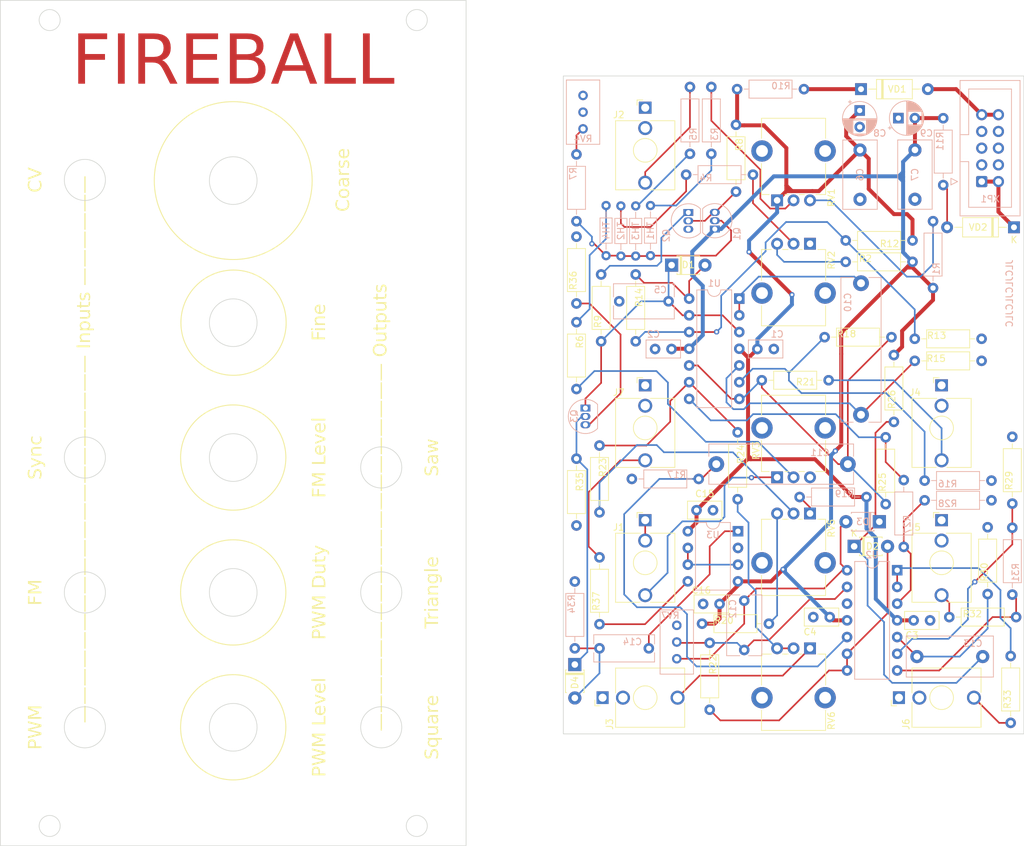
<source format=kicad_pcb>
(kicad_pcb (version 20221018) (generator pcbnew)

  (general
    (thickness 1.6)
  )

  (paper "A4")
  (layers
    (0 "F.Cu" signal)
    (31 "B.Cu" signal)
    (32 "B.Adhes" user "B.Adhesive")
    (33 "F.Adhes" user "F.Adhesive")
    (34 "B.Paste" user)
    (35 "F.Paste" user)
    (36 "B.SilkS" user "B.Silkscreen")
    (37 "F.SilkS" user "F.Silkscreen")
    (38 "B.Mask" user)
    (39 "F.Mask" user)
    (40 "Dwgs.User" user "User.Drawings")
    (41 "Cmts.User" user "User.Comments")
    (42 "Eco1.User" user "User.Eco1")
    (43 "Eco2.User" user "User.Eco2")
    (44 "Edge.Cuts" user)
    (45 "Margin" user)
    (46 "B.CrtYd" user "B.Courtyard")
    (47 "F.CrtYd" user "F.Courtyard")
    (48 "B.Fab" user)
    (49 "F.Fab" user)
    (50 "User.1" user)
    (51 "User.2" user)
    (52 "User.3" user)
    (53 "User.4" user)
    (54 "User.5" user)
    (55 "User.6" user)
    (56 "User.7" user)
    (57 "User.8" user)
    (58 "User.9" user)
  )

  (setup
    (stackup
      (layer "F.SilkS" (type "Top Silk Screen"))
      (layer "F.Paste" (type "Top Solder Paste"))
      (layer "F.Mask" (type "Top Solder Mask") (thickness 0.01))
      (layer "F.Cu" (type "copper") (thickness 0.035))
      (layer "dielectric 1" (type "core") (thickness 1.51) (material "FR4") (epsilon_r 4.5) (loss_tangent 0.02))
      (layer "B.Cu" (type "copper") (thickness 0.035))
      (layer "B.Mask" (type "Bottom Solder Mask") (thickness 0.01))
      (layer "B.Paste" (type "Bottom Solder Paste"))
      (layer "B.SilkS" (type "Bottom Silk Screen"))
      (copper_finish "None")
      (dielectric_constraints no)
    )
    (pad_to_mask_clearance 0)
    (grid_origin 84.5 17.5)
    (pcbplotparams
      (layerselection 0x00010fc_ffffffff)
      (plot_on_all_layers_selection 0x0000000_00000000)
      (disableapertmacros false)
      (usegerberextensions false)
      (usegerberattributes true)
      (usegerberadvancedattributes true)
      (creategerberjobfile true)
      (dashed_line_dash_ratio 12.000000)
      (dashed_line_gap_ratio 3.000000)
      (svgprecision 6)
      (plotframeref false)
      (viasonmask true)
      (mode 1)
      (useauxorigin true)
      (hpglpennumber 1)
      (hpglpenspeed 20)
      (hpglpendiameter 15.000000)
      (dxfpolygonmode true)
      (dxfimperialunits true)
      (dxfusepcbnewfont true)
      (psnegative false)
      (psa4output false)
      (plotreference true)
      (plotvalue true)
      (plotinvisibletext false)
      (sketchpadsonfab false)
      (subtractmaskfromsilk false)
      (outputformat 1)
      (mirror false)
      (drillshape 0)
      (scaleselection 1)
      (outputdirectory "./gerbers")
    )
  )

  (net 0 "")
  (net 1 "+12V")
  (net 2 "GNDREF")
  (net 3 "-12V")
  (net 4 "Net-(C5-Pad1)")
  (net 5 "Net-(C10-Pad1)")
  (net 6 "Net-(C10-Pad2)")
  (net 7 "Net-(C11-Pad1)")
  (net 8 "Net-(C11-Pad2)")
  (net 9 "Net-(C12-Pad1)")
  (net 10 "Net-(C12-Pad2)")
  (net 11 "Net-(C13-Pad1)")
  (net 12 "Net-(C13-Pad2)")
  (net 13 "Net-(D1-Pad2)")
  (net 14 "Net-(D2-Pad2)")
  (net 15 "Net-(C14-Pad1)")
  (net 16 "Net-(Q1-Pad3)")
  (net 17 "Net-(Q2-Pad1)")
  (net 18 "Net-(R1-Pad1)")
  (net 19 "Net-(R2-Pad1)")
  (net 20 "Net-(R3-Pad1)")
  (net 21 "Net-(R3-Pad2)")
  (net 22 "Net-(R4-Pad1)")
  (net 23 "Net-(R4-Pad2)")
  (net 24 "Net-(R5-Pad1)")
  (net 25 "Net-(J2-PadT)")
  (net 26 "Net-(R6-Pad1)")
  (net 27 "Net-(R6-Pad2)")
  (net 28 "Net-(R7-Pad2)")
  (net 29 "Net-(R10-Pad1)")
  (net 30 "Net-(R11-Pad2)")
  (net 31 "Net-(R12-Pad2)")
  (net 32 "Net-(R16-Pad1)")
  (net 33 "Net-(R19-Pad2)")
  (net 34 "Net-(R20-Pad1)")
  (net 35 "Net-(J4-PadT)")
  (net 36 "Net-(R23-Pad1)")
  (net 37 "Net-(R23-Pad2)")
  (net 38 "Net-(R24-Pad2)")
  (net 39 "Net-(R25-Pad2)")
  (net 40 "Net-(R27-Pad2)")
  (net 41 "Net-(R29-Pad1)")
  (net 42 "Net-(R31-Pad1)")
  (net 43 "Net-(J5-PadT)")
  (net 44 "Net-(J6-PadT)")
  (net 45 "Net-(R33-Pad2)")
  (net 46 "/FM IN LVL")
  (net 47 "Net-(J3-PadT)")
  (net 48 "unconnected-(RV7-Pad1)")
  (net 49 "Net-(VD1-Pad2)")
  (net 50 "Net-(VD2-Pad1)")
  (net 51 "Net-(C14-Pad2)")
  (net 52 "Net-(D4-Pad1)")
  (net 53 "unconnected-(J4-PadTN)")
  (net 54 "unconnected-(J5-PadTN)")
  (net 55 "unconnected-(J6-PadTN)")
  (net 56 "Net-(J7-PadT)")
  (net 57 "Net-(Q1-Pad2)")
  (net 58 "Net-(Q3-Pad3)")
  (net 59 "Net-(R37-Pad1)")
  (net 60 "Net-(U3-Pad3)")

  (footprint "Capacitor_THT:C_Disc_D5.0mm_W2.5mm_P2.50mm" (layer "F.Cu") (at 144.85 124.15))

  (footprint "SynthMages:Jack_3.5mm_QingPu_WQP-PJ398SM_Vertical_CircularHoles_Socket_Centered" (layer "F.Cu") (at 136.05 117.9))

  (footprint "Resistor_THT:R_Axial_DIN0207_L6.3mm_D2.5mm_P10.16mm_Horizontal" (layer "F.Cu") (at 145.85 130.07 -90))

  (footprint "SynthMages:Potentiometer_Alpha_RD901F-40-00D_Single_Vertical_CircularHoles_Shaft_Centered" (layer "F.Cu") (at 158.6 76.9 -90))

  (footprint "Resistor_THT:R_Axial_DIN0207_L6.3mm_D2.5mm_P10.16mm_Horizontal" (layer "F.Cu") (at 163.93 90.15 180))

  (footprint "SynthMages:Jack_3.5mm_QingPu_WQP-PJ398SM_Vertical_CircularHoles_Socket_Centered" (layer "F.Cu") (at 181.1 117.9))

  (footprint "Resistor_THT:R_Axial_DIN0207_L6.3mm_D2.5mm_P10.16mm_Horizontal" (layer "F.Cu") (at 125.6 81.32 -90))

  (footprint "SynthMages:Jack_3.5mm_QingPu_WQP-PJ398SM_Vertical_CircularHoles_Socket_Centered" (layer "F.Cu") (at 136.05 97.4))

  (footprint "Resistor_THT:R_Axial_DIN0207_L6.3mm_D2.5mm_P10.16mm_Horizontal" (layer "F.Cu") (at 182.27 126.15))

  (footprint "SynthMages:Jack_3.5mm_QingPu_WQP-PJ398SM_Vertical_CircularHoles_Socket_Centered" (layer "F.Cu") (at 181.1 138.4 90))

  (footprint "SynthMages:Jack_3.5mm_QingPu_WQP-PJ398SM_Vertical_CircularHoles_Socket_Centered" (layer "F.Cu") (at 136.05 55.2))

  (footprint "Resistor_THT:R_Axial_DIN0207_L6.3mm_D2.5mm_P10.16mm_Horizontal" (layer "F.Cu") (at 150.1 98.07 -90))

  (footprint "Resistor_THT:R_Axial_DIN0207_L6.3mm_D2.5mm_P10.16mm_Horizontal" (layer "F.Cu") (at 191.6 142.23 90))

  (footprint "Resistor_THT:R_Axial_DIN0207_L6.3mm_D2.5mm_P10.16mm_Horizontal" (layer "F.Cu") (at 191.85 108.9 90))

  (footprint "Capacitor_THT:C_Disc_D5.0mm_W2.5mm_P2.50mm" (layer "F.Cu") (at 143.85 109.9))

  (footprint "Capacitor_THT:C_Disc_D5.0mm_W2.5mm_P2.50mm" (layer "F.Cu") (at 161.6 126.15))

  (footprint "Resistor_THT:R_Axial_DIN0207_L6.3mm_D2.5mm_P10.16mm_Horizontal" (layer "F.Cu") (at 177.02 87.2))

  (footprint "SynthMages:Potentiometer_Alpha_RD901F-40-00D_Single_Vertical_CircularHoles_Shaft_Centered" (layer "F.Cu") (at 158.6 117.9 -90))

  (footprint "Resistor_THT:R_Axial_DIN0207_L6.3mm_D2.5mm_P10.16mm_Horizontal" (layer "F.Cu") (at 176.68 68.9 180))

  (footprint "Diode_THT:D_A-405_P10.16mm_Horizontal" (layer "F.Cu") (at 192.1 66.9 180))

  (footprint "Capacitor_THT:C_Disc_D5.0mm_W2.5mm_P2.50mm" (layer "F.Cu") (at 176.85 126.65))

  (footprint "Diode_THT:D_T-1_P5.08mm_Horizontal" (layer "F.Cu") (at 167.81 115.4))

  (footprint "SynthMages:Jack_3.5mm_QingPu_WQP-PJ398SM_Vertical_CircularHoles_Socket_Centered" (layer "F.Cu") (at 136.05 138.4 90))

  (footprint "Resistor_THT:R_Axial_DIN0207_L6.3mm_D2.5mm_P10.16mm_Horizontal" (layer "F.Cu") (at 125.6 78.48 90))

  (footprint "Diode_THT:D_T-1_P5.08mm_Horizontal" (layer "F.Cu") (at 140.06 72.65))

  (footprint "Resistor_THT:R_Axial_DIN0207_L6.3mm_D2.5mm_P10.16mm_Horizontal" (layer "F.Cu") (at 166.52 72.15))

  (footprint "Resistor_THT:R_Axial_DIN0207_L6.3mm_D2.5mm_P10.16mm_Horizontal" (layer "F.Cu") (at 129.1 127.23 90))

  (footprint "Resistor_THT:R_Axial_DIN0207_L6.3mm_D2.5mm_P10.16mm_Horizontal" (layer "F.Cu") (at 125.6 102.07 -90))

  (footprint "SynthMages:Potentiometer_Alpha_RD901F-40-00D_Single_Vertical_CircularHoles_Shaft_Centered" (layer "F.Cu") (at 158.6 55.3 90))

  (footprint "Resistor_THT:R_Axial_DIN0207_L6.3mm_D2.5mm_P10.16mm_Horizontal" (layer "F.Cu") (at 188.1 122.65 90))

  (footprint "Resistor_THT:R_Axial_DIN0207_L6.3mm_D2.5mm_P10.16mm_Horizontal" (layer "F.Cu") (at 154.85 127.15 180))

  (footprint "Resistor_THT:R_Axial_DIN0207_L6.3mm_D2.5mm_P10.16mm_Horizontal" (layer "F.Cu") (at 149.85 51.32 -90))

  (footprint "Diode_THT:D_T-1_P5.08mm_Horizontal" (layer "F.Cu") (at 125.35 133.36 -90))

  (footprint "Resistor_THT:R_Axial_DIN0207_L6.3mm_D2.5mm_P10.16mm_Horizontal" (layer "F.Cu") (at 177.02 83.85))

  (footprint "Resistor_THT:R_Axial_DIN0207_L6.3mm_D2.5mm_P10.16mm_Horizontal" (layer "F.Cu") (at 172.6 108.98 90))

  (footprint "SynthMages:Potentiometer_Alpha_RD901F-40-00D_Single_Vertical_CircularHoles_Shaft_Centered" (layer "F.Cu") (at 158.6 97.4 90))

  (footprint "Resistor_THT:R_Axial_DIN0207_L6.3mm_D2.5mm_P10.16mm_Horizontal" (layer "F.Cu") (at 129.35 84.23 90))

  (footprint "Resistor_THT:R_Axial_DIN0207_L6.3mm_D2.5mm_P10.16mm_Horizontal" (layer "F.Cu") (at 129.1 100.07 -90))

  (footprint "Resistor_THT:R_Axial_DIN0207_L6.3mm_D2.5mm_P10.16mm_Horizontal" (layer "F.Cu") (at 173.85 96.48 90))

  (footprint "Resistor_THT:R_Axial_DIN0207_L6.3mm_D2.5mm_P10.16mm_Horizontal" (layer "F.Cu") (at 163.32 83.6))

  (footprint "Resistor_THT:R_Axial_DIN0207_L6.3mm_D2.5mm_P10.16mm_Horizontal" (layer "F.Cu") (at 134.6 74.07 -90))

  (footprint "Diode_THT:D_A-405_P10.16mm_Horizontal" (layer "F.Cu") (at 168.85 45.9))

  (footprint "SynthMages:Jack_3.5mm_QingPu_WQP-PJ398SM_Vertical_CircularHoles_Socket_Centered" (layer "F.Cu")
    (tstamp f40aadff-3079-4793-b758-372380834aaa)
    (at 181.1 97.4)
    (descr "TRS 3.5mm, vertical, Thonkiconn, PCB mount, (http://www.qingpu-electronics.com/en/products/WQP-PJ398SM-362.html)")
    (tags "WQP-PJ398SM WQP-PJ301M-12 TRS 3.5mm mono vertical jack thonkiconn qingpu")
    (property "Sheetfile" "Fireball.kicad_sch")
    (property "Sheetname" "")
    (path "/dd316292-8e30-4ad5-b5a2-f93f1c8ccf04")
    (attr through_hole)
    (fp_text reference "J4" (at -4.03 -5.4 180) (layer "F.SilkS")
        (effects (font (size 1 1) (thickness 0.15)))
      (tstamp 59413e0d-98c4-4d50-a848-946bdeb182c3)
    )
    (fp_text value "SAW_OUT" (at 0 -1.48 180)
... [1321622 chars truncated]
</source>
